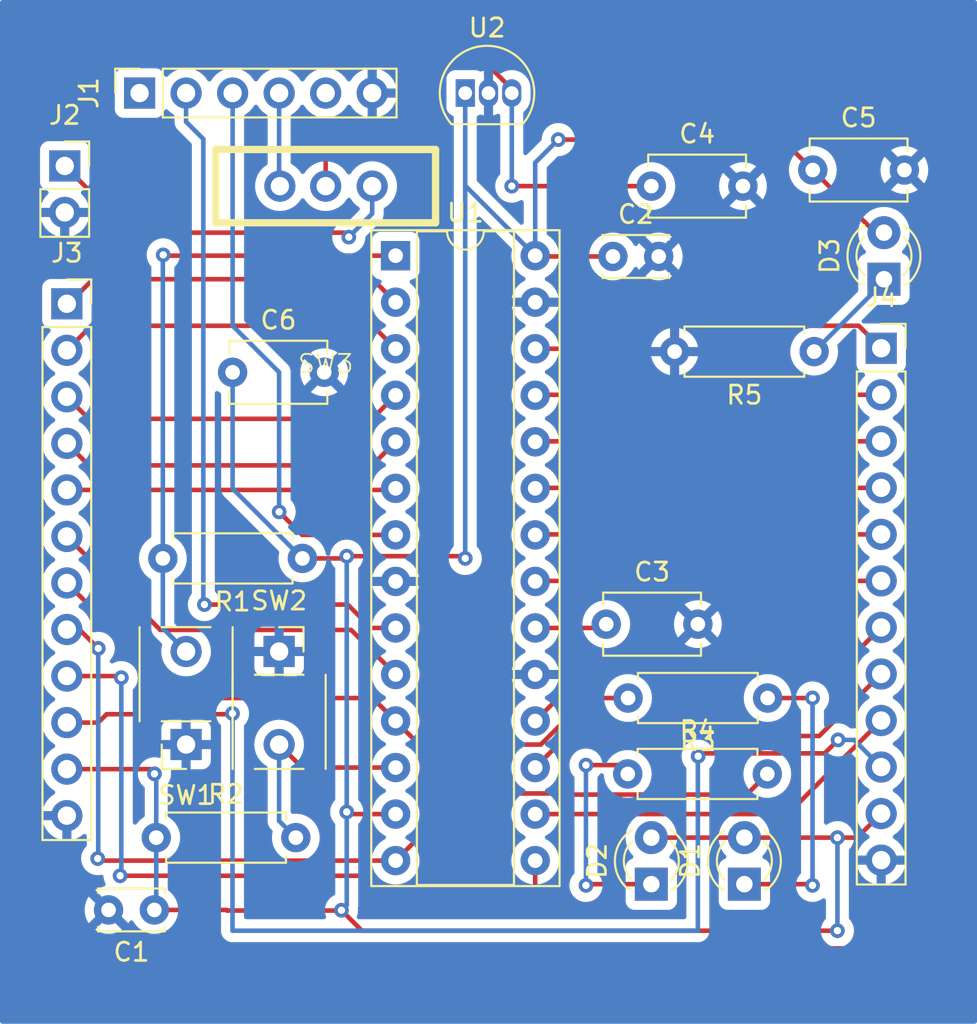
<source format=kicad_pcb>
(kicad_pcb (version 20221018) (generator pcbnew)
  (layers (0 "F.Cu" signal) (31 "B.Cu" signal) (34 "B.Paste" user) (35 "F.Paste" user) (36 "B.SilkS" user "B.Silkscreen") (37 "F.SilkS" user "F.Silkscreen") (38 "B.Mask" user) (39 "F.Mask" user) (44 "Edge.Cuts" user))
  (net 0 "")
  (net 1 "+3.3V")
  (net 2 "GND")
  (net 3 "Net-(U1-Vcap)")
  (net 4 "Net-(SW3A-B)")
  (net 5 "Net-(D1-K)")
  (net 6 "Net-(D2-K)")
  (net 7 "Net-(D3-K)")
  (net 9 "/U1RX")
  (net 10 "/U1TX")
  (net 11 "+5V")
  (net 13 "Net-(J2-Pin_1)")
  (net 14 "/A0")
  (net 15 "/A1")
  (net 16 "/B0")
  (net 17 "/B1")
  (net 18 "/B2")
  (net 19 "/A3")
  (net 20 "/GREEN")
  (net 21 "/YELLOW")
  (net 22 "/B6")
  (net 23 "/Vin")
  (net 24 "/B15")
  (net 25 "/B14")
  (net 26 "/B13")
  (net 27 "/B12")
  (net 28 "/B11")
  (net 29 "/B10")
  (net 30 "/B9")
  (net 31 "/B8")
  (net 32 "/B7")
  (net 33 "/MCLR")
  (net 34 "/USER")
  (footprint "Resistor_THT:R_Axial_DIN0207_L6.3mm_D2.5mm_P7.62mm_Horizontal" (layer "F.Cu") (at 107.590659 93.98)
    (fp_text reference "R2" (at 3.81 -2.37) (layer "F.SilkS"))
    (fp_text value "10k")
    (fp_line (start 0.54 -1.37) (end 7.08 -1.37) (stroke (width 0.12)) (layer "F.SilkS"))
    (fp_line (start 0.54 -1.04) (end 0.54 -1.37) (stroke (width 0.12)) (layer "F.SilkS"))
    (fp_line (start 0.54 1.04) (end 0.54 1.37) (stroke (width 0.12)) (layer "F.SilkS"))
    (fp_line (start 0.54 1.37) (end 7.08 1.37) (stroke (width 0.12)) (layer "F.SilkS"))
    (fp_line (start 7.08 -1.37) (end 7.08 -1.04) (stroke (width 0.12)) (layer "F.SilkS"))
    (fp_line (start 7.08 1.37) (end 7.08 1.04) (stroke (width 0.12)) (layer "F.SilkS"))
    (pad "1" thru_hole circle (at 0 0) (size 1.6 1.6) (drill 0.8) (layers "*.Cu" "*.Mask") (net 1 "+3.3V"))
    (pad "2" thru_hole oval (at 7.62 0) (size 1.6 1.6) (drill 0.8) (layers "*.Cu" "*.Mask") (net 34 "/USER"))
  )
  (footprint "Resistor_THT:R_Axial_DIN0207_L6.3mm_D2.5mm_P7.62mm_Horizontal" (layer "F.Cu") (at 115.57 78.74 180)
    (fp_text reference "R1" (at 3.81 -2.37) (layer "F.SilkS"))
    (fp_text value "10k")
    (fp_line (start 0.54 -1.37) (end 7.08 -1.37) (stroke (width 0.12)) (layer "F.SilkS"))
    (fp_line (start 0.54 -1.04) (end 0.54 -1.37) (stroke (width 0.12)) (layer "F.SilkS"))
    (fp_line (start 0.54 1.04) (end 0.54 1.37) (stroke (width 0.12)) (layer "F.SilkS"))
    (fp_line (start 0.54 1.37) (end 7.08 1.37) (stroke (width 0.12)) (layer "F.SilkS"))
    (fp_line (start 7.08 -1.37) (end 7.08 -1.04) (stroke (width 0.12)) (layer "F.SilkS"))
    (fp_line (start 7.08 1.37) (end 7.08 1.04) (stroke (width 0.12)) (layer "F.SilkS"))
    (pad "1" thru_hole circle (at 0 0 180) (size 1.6 1.6) (drill 0.8) (layers "*.Cu" "*.Mask") (net 1 "+3.3V"))
    (pad "2" thru_hole oval (at 7.62 0 180) (size 1.6 1.6) (drill 0.8) (layers "*.Cu" "*.Mask") (net 33 "/MCLR"))
  )
  (footprint "Resistor_THT:R_Axial_DIN0207_L6.3mm_D2.5mm_P7.62mm_Horizontal" (layer "F.Cu") (at 133.331274 90.504216)
    (fp_text reference "R4" (at 3.81 -2.37) (layer "F.SilkS"))
    (fp_text value "330")
    (fp_line (start 0.54 -1.37) (end 7.08 -1.37) (stroke (width 0.12)) (layer "F.SilkS"))
    (fp_line (start 0.54 -1.04) (end 0.54 -1.37) (stroke (width 0.12)) (layer "F.SilkS"))
    (fp_line (start 0.54 1.04) (end 0.54 1.37) (stroke (width 0.12)) (layer "F.SilkS"))
    (fp_line (start 0.54 1.37) (end 7.08 1.37) (stroke (width 0.12)) (layer "F.SilkS"))
    (fp_line (start 7.08 -1.37) (end 7.08 -1.04) (stroke (width 0.12)) (layer "F.SilkS"))
    (fp_line (start 7.08 1.37) (end 7.08 1.04) (stroke (width 0.12)) (layer "F.SilkS"))
    (pad "1" thru_hole circle (at 0 0) (size 1.6 1.6) (drill 0.8) (layers "*.Cu" "*.Mask") (net 6 "Net-(D2-K)"))
    (pad "2" thru_hole oval (at 7.62 0) (size 1.6 1.6) (drill 0.8) (layers "*.Cu" "*.Mask") (net 21 "/YELLOW"))
  )
  (footprint "pic32 board:pb" (layer "F.Cu") (at 114.3 83.82)
    (fp_text reference "SW2" (at 0 -2.77) (layer "F.SilkS"))
    (fp_text value "USER")
    (fp_line (start -2.54 1.27) (end -2.54 6.41) (stroke (width 0.12)) (layer "F.SilkS"))
    (fp_line (start -1.33 1.27) (end 1.33 1.27) (stroke (width 0.12)) (layer "F.SilkS"))
    (fp_line (start -1.33 6.41) (end 1.33 6.41) (stroke (width 0.12)) (layer "F.SilkS"))
    (fp_line (start 0 -1.33) (end 1.33 -1.33) (stroke (width 0.12)) (layer "F.SilkS"))
    (fp_line (start 1.33 -1.33) (end 1.33 0) (stroke (width 0.12)) (layer "F.SilkS"))
    (fp_line (start 2.54 1.27) (end 2.54 6.41) (stroke (width 0.12)) (layer "F.SilkS"))
    (pad "1" thru_hole rect (at 0 0) (size 1.7 1.7) (drill 1) (layers "*.Cu" "*.Mask") (net 2 "GND"))
    (pad "2" thru_hole oval (at 0 5.08) (size 1.7 1.7) (drill 1) (layers "*.Cu" "*.Mask") (net 34 "/USER"))
  )
  (footprint "LED_THT:LED_D3.0mm" (layer "F.Cu") (at 147.32 63.5 90)
    (fp_text reference "D3" (at 1.27 -2.96 90) (layer "F.SilkS"))
    (fp_text value "RED")
    (fp_line (start -0.29 -1.236) (end -0.29 -1.08) (stroke (width 0.12)) (layer "F.SilkS"))
    (fp_line (start -0.29 1.08) (end -0.29 1.236) (stroke (width 0.12)) (layer "F.SilkS"))
    (fp_arc (start -0.29 -1.235516) (mid 1.366487 -1.987659) (end 2.942335 -1.078608) (stroke (width 0.12)) (layer "F.SilkS"))
    (fp_arc (start 0.229039 -1.08) (mid 1.270117 -1.5) (end 2.31113 -1.079837) (stroke (width 0.12)) (layer "F.SilkS"))
    (fp_arc (start 2.31113 1.079837) (mid 1.270117 1.5) (end 0.229039 1.08) (stroke (width 0.12)) (layer "F.SilkS"))
    (fp_arc (start 2.942335 1.078608) (mid 1.366487 1.987659) (end -0.29 1.235516) (stroke (width 0.12)) (layer "F.SilkS"))
    (pad "1" thru_hole rect (at 0 0 90) (size 1.8 1.8) (drill 0.9) (layers "*.Cu" "*.Mask") (net 7 "Net-(D3-K)"))
    (pad "2" thru_hole circle (at 2.54 0 90) (size 1.8 1.8) (drill 0.9) (layers "*.Cu" "*.Mask") (net 1 "+3.3V"))
  )
  (footprint "pic32 board:slidesw2" (layer "F.Cu") (at 116.84 58.42)
    (fp_text reference "SW3" (at 0 9.7 unlocked) (layer "F.SilkS") (effects (font (thickness 0.1))))
    (fp_text value "SW_DPDT_x2")
    (fp_line (start -6 -2) (end -6 2) (stroke (width 0.4)) (layer "F.SilkS"))
    (fp_line (start -6 2) (end 6 2) (stroke (width 0.4)) (layer "F.SilkS"))
    (fp_line (start 6 -2) (end -6 -2) (stroke (width 0.4)) (layer "F.SilkS"))
    (fp_line (start 6 2) (end 6 -2) (stroke (width 0.4)) (layer "F.SilkS"))
    (pad "1" thru_hole circle (at -2.5 0) (size 1.7 1.7) (drill 1) (layers "*.Cu" "*.Mask") (net 11 "+5V"))
    (pad "2" thru_hole circle (at 0 0) (size 1.7 1.7) (drill 1) (layers "*.Cu" "*.Mask") (net 4 "Net-(SW3A-B)"))
    (pad "3" thru_hole circle (at 2.54 0) (size 1.7 1.7) (drill 1) (layers "*.Cu" "*.Mask") (net 13 "Net-(J2-Pin_1)"))
  )
  (footprint "Package_TO_SOT_THT:TO-92L_Inline" (layer "F.Cu") (at 124.46 53.34)
    (fp_text reference "U2" (at 1.19 -3.56) (layer "F.SilkS"))
    (fp_text value "AP7384-33V")
    (fp_line (start -0.75 1.7) (end 3.1 1.7) (stroke (width 0.12)) (layer "F.SilkS"))
    (fp_arc (start -0.75 1.7) (mid 1.183448 -2.579449) (end 3.138611 1.690122) (stroke (width 0.12)) (layer "F.SilkS"))
    (pad "1" thru_hole rect (at 0 0) (size 1.05 1.5) (drill 0.75) (layers "*.Cu" "*.Mask") (net 1 "+3.3V"))
    (pad "2" thru_hole oval (at 1.27 0) (size 1.05 1.5) (drill 0.75) (layers "*.Cu" "*.Mask") (net 2 "GND"))
    (pad "3" thru_hole oval (at 2.54 0) (size 1.05 1.5) (drill 0.75) (layers "*.Cu" "*.Mask") (net 4 "Net-(SW3A-B)"))
  )
  (footprint "LED_THT:LED_D3.0mm" (layer "F.Cu") (at 139.7 96.52 90)
    (fp_text reference "D1" (at 1.27 -2.96 90) (layer "F.SilkS"))
    (fp_text value "GREEN")
    (fp_line (start -0.29 -1.236) (end -0.29 -1.08) (stroke (width 0.12)) (layer "F.SilkS"))
    (fp_line (start -0.29 1.08) (end -0.29 1.236) (stroke (width 0.12)) (layer "F.SilkS"))
    (fp_arc (start -0.29 -1.235516) (mid 1.366487 -1.987659) (end 2.942335 -1.078608) (stroke (width 0.12)) (layer "F.SilkS"))
    (fp_arc (start 0.229039 -1.08) (mid 1.270117 -1.5) (end 2.31113 -1.079837) (stroke (width 0.12)) (layer "F.SilkS"))
    (fp_arc (start 2.31113 1.079837) (mid 1.270117 1.5) (end 0.229039 1.08) (stroke (width 0.12)) (layer "F.SilkS"))
    (fp_arc (start 2.942335 1.078608) (mid 1.366487 1.987659) (end -0.29 1.235516) (stroke (width 0.12)) (layer "F.SilkS"))
    (pad "1" thru_hole rect (at 0 0 90) (size 1.8 1.8) (drill 0.9) (layers "*.Cu" "*.Mask") (net 5 "Net-(D1-K)"))
    (pad "2" thru_hole circle (at 2.54 0 90) (size 1.8 1.8) (drill 0.9) (layers "*.Cu" "*.Mask") (net 1 "+3.3V"))
  )
  (footprint "Connector_PinSocket_2.54mm:PinSocket_1x12_P2.54mm_Vertical" (layer "F.Cu") (at 147.169072 67.2678)
    (fp_text reference "J4" (at 0 -2.77) (layer "F.SilkS"))
    (fp_text value "LEFT")
    (fp_line (start -1.33 1.27) (end -1.33 29.27) (stroke (width 0.12)) (layer "F.SilkS"))
    (fp_line (start -1.33 1.27) (end 1.33 1.27) (stroke (width 0.12)) (layer "F.SilkS"))
    (fp_line (start -1.33 29.27) (end 1.33 29.27) (stroke (width 0.12)) (layer "F.SilkS"))
    (fp_line (start 0 -1.33) (end 1.33 -1.33) (stroke (width 0.12)) (layer "F.SilkS"))
    (fp_line (start 1.33 -1.33) (end 1.33 0) (stroke (width 0.12)) (layer "F.SilkS"))
    (fp_line (start 1.33 1.27) (end 1.33 29.27) (stroke (width 0.12)) (layer "F.SilkS"))
    (pad "1" thru_hole rect (at 0 0) (size 1.7 1.7) (drill 1) (layers "*.Cu" "*.Mask") (net 24 "/B15"))
    (pad "2" thru_hole oval (at 0 2.54) (size 1.7 1.7) (drill 1) (layers "*.Cu" "*.Mask") (net 25 "/B14"))
    (pad "3" thru_hole oval (at 0 5.08) (size 1.7 1.7) (drill 1) (layers "*.Cu" "*.Mask") (net 26 "/B13"))
    (pad "4" thru_hole oval (at 0 7.62) (size 1.7 1.7) (drill 1) (layers "*.Cu" "*.Mask") (net 27 "/B12"))
    (pad "5" thru_hole oval (at 0 10.16) (size 1.7 1.7) (drill 1) (layers "*.Cu" "*.Mask") (net 28 "/B11"))
    (pad "6" thru_hole oval (at 0 12.7) (size 1.7 1.7) (drill 1) (layers "*.Cu" "*.Mask") (net 29 "/B10"))
    (pad "7" thru_hole oval (at 0 15.24) (size 1.7 1.7) (drill 1) (layers "*.Cu" "*.Mask") (net 30 "/B9"))
    (pad "8" thru_hole oval (at 0 17.78) (size 1.7 1.7) (drill 1) (layers "*.Cu" "*.Mask") (net 31 "/B8"))
    (pad "9" thru_hole oval (at 0 20.32) (size 1.7 1.7) (drill 1) (layers "*.Cu" "*.Mask") (net 32 "/B7"))
    (pad "10" thru_hole oval (at 0 22.86) (size 1.7 1.7) (drill 1) (layers "*.Cu" "*.Mask") (net 23 "/Vin"))
    (pad "11" thru_hole oval (at 0 25.4) (size 1.7 1.7) (drill 1) (layers "*.Cu" "*.Mask") (net 1 "+3.3V"))
    (pad "12" thru_hole oval (at 0 27.94) (size 1.7 1.7) (drill 1) (layers "*.Cu" "*.Mask") (net 2 "GND"))
  )
  (footprint "Capacitor_THT:C_Disc_D5.1mm_W3.2mm_P5.00mm" (layer "F.Cu") (at 134.62 58.42)
    (fp_text reference "C4" (at 2.5 -2.85) (layer "F.SilkS"))
    (fp_text value "1 uF")
    (fp_line (start -0.17 -1.721) (end -0.17 -1.055) (stroke (width 0.12)) (layer "F.SilkS"))
    (fp_line (start -0.17 -1.721) (end 5.17 -1.721) (stroke (width 0.12)) (layer "F.SilkS"))
    (fp_line (start -0.17 1.055) (end -0.17 1.721) (stroke (width 0.12)) (layer "F.SilkS"))
    (fp_line (start -0.17 1.721) (end 5.17 1.721) (stroke (width 0.12)) (layer "F.SilkS"))
    (fp_line (start 5.17 -1.721) (end 5.17 -1.055) (stroke (width 0.12)) (layer "F.SilkS"))
    (fp_line (start 5.17 1.055) (end 5.17 1.721) (stroke (width 0.12)) (layer "F.SilkS"))
    (pad "1" thru_hole circle (at 0 0) (size 1.6 1.6) (drill 0.8) (layers "*.Cu" "*.Mask") (net 4 "Net-(SW3A-B)"))
    (pad "2" thru_hole circle (at 5 0) (size 1.6 1.6) (drill 0.8) (layers "*.Cu" "*.Mask") (net 2 "GND"))
  )
  (footprint "Connector_PinSocket_2.54mm:PinSocket_1x06_P2.54mm_Vertical" (layer "F.Cu") (at 106.68 53.34 90)
    (fp_text reference "J1" (at 0 -2.77 90) (layer "F.SilkS"))
    (fp_text value "CP2102")
    (fp_line (start -1.33 1.27) (end -1.33 14.03) (stroke (width 0.12)) (layer "F.SilkS"))
    (fp_line (start -1.33 1.27) (end 1.33 1.27) (stroke (width 0.12)) (layer "F.SilkS"))
    (fp_line (start -1.33 14.03) (end 1.33 14.03) (stroke (width 0.12)) (layer "F.SilkS"))
    (fp_line (start 0 -1.33) (end 1.33 -1.33) (stroke (width 0.12)) (layer "F.SilkS"))
    (fp_line (start 1.33 -1.33) (end 1.33 0) (stroke (width 0.12)) (layer "F.SilkS"))
    (fp_line (start 1.33 1.27) (end 1.33 14.03) (stroke (width 0.12)) (layer "F.SilkS"))
    (pad "1" thru_hole rect (at 0 0 90) (size 1.7 1.7) (drill 1) (layers "*.Cu" "*.Mask"))
    (pad "2" thru_hole oval (at 0 2.54 90) (size 1.7 1.7) (drill 1) (layers "*.Cu" "*.Mask") (net 9 "/U1RX"))
    (pad "3" thru_hole oval (at 0 5.08 90) (size 1.7 1.7) (drill 1) (layers "*.Cu" "*.Mask") (net 10 "/U1TX"))
    (pad "4" thru_hole oval (at 0 7.62 90) (size 1.7 1.7) (drill 1) (layers "*.Cu" "*.Mask") (net 11 "+5V"))
    (pad "5" thru_hole oval (at 0 10.16 90) (size 1.7 1.7) (drill 1) (layers "*.Cu" "*.Mask"))
    (pad "6" thru_hole oval (at 0 12.7 90) (size 1.7 1.7) (drill 1) (layers "*.Cu" "*.Mask") (net 2 "GND"))
  )
  (footprint "Capacitor_THT:C_Disc_D5.1mm_W3.2mm_P5.00mm" (layer "F.Cu") (at 143.434598 57.540286)
    (fp_text reference "C5" (at 2.5 -2.85) (layer "F.SilkS"))
    (fp_text value "1 uF")
    (fp_line (start -0.17 -1.721) (end -0.17 -1.055) (stroke (width 0.12)) (layer "F.SilkS"))
    (fp_line (start -0.17 -1.721) (end 5.17 -1.721) (stroke (width 0.12)) (layer "F.SilkS"))
    (fp_line (start -0.17 1.055) (end -0.17 1.721) (stroke (width 0.12)) (layer "F.SilkS"))
    (fp_line (start -0.17 1.721) (end 5.17 1.721) (stroke (width 0.12)) (layer "F.SilkS"))
    (fp_line (start 5.17 -1.721) (end 5.17 -1.055) (stroke (width 0.12)) (layer "F.SilkS"))
    (fp_line (start 5.17 1.055) (end 5.17 1.721) (stroke (width 0.12)) (layer "F.SilkS"))
    (pad "1" thru_hole circle (at 0 0) (size 1.6 1.6) (drill 0.8) (layers "*.Cu" "*.Mask") (net 1 "+3.3V"))
    (pad "2" thru_hole circle (at 5 0) (size 1.6 1.6) (drill 0.8) (layers "*.Cu" "*.Mask") (net 2 "GND"))
  )
  (footprint "Package_DIP:DIP-28_W7.62mm_Socket" (layer "F.Cu") (at 120.66 62.215)
    (fp_text reference "U1" (at 3.81 -2.33) (layer "F.SilkS"))
    (fp_text value "PIC32MX170F256B")
    (fp_line (start -1.33 -1.39) (end -1.33 34.41) (stroke (width 0.12)) (layer "F.SilkS"))
    (fp_line (start -1.33 34.41) (end 8.95 34.41) (stroke (width 0.12)) (layer "F.SilkS"))
    (fp_line (start 1.16 -1.33) (end 1.16 34.35) (stroke (width 0.12)) (layer "F.SilkS"))
    (fp_line (start 1.16 34.35) (end 6.46 34.35) (stroke (width 0.12)) (layer "F.SilkS"))
    (fp_line (start 2.81 -1.33) (end 1.16 -1.33) (stroke (width 0.12)) (layer "F.SilkS"))
    (fp_line (start 6.46 -1.33) (end 4.81 -1.33) (stroke (width 0.12)) (layer "F.SilkS"))
    (fp_line (start 6.46 34.35) (end 6.46 -1.33) (stroke (width 0.12)) (layer "F.SilkS"))
    (fp_line (start 8.95 -1.39) (end -1.33 -1.39) (stroke (width 0.12)) (layer "F.SilkS"))
    (fp_line (start 8.95 34.41) (end 8.95 -1.39) (stroke (width 0.12)) (layer "F.SilkS"))
    (fp_arc (start 4.81 -1.33) (mid 3.81 -0.33) (end 2.81 -1.33) (stroke (width 0.12)) (layer "F.SilkS"))
    (pad "1" thru_hole rect (at 0 0) (size 1.6 1.6) (drill 0.8) (layers "*.Cu" "*.Mask") (net 33 "/MCLR"))
    (pad "2" thru_hole oval (at 0 2.54) (size 1.6 1.6) (drill 0.8) (layers "*.Cu" "*.Mask") (net 14 "/A0"))
    (pad "3" thru_hole oval (at 0 5.08) (size 1.6 1.6) (drill 0.8) (layers "*.Cu" "*.Mask") (net 15 "/A1"))
    (pad "4" thru_hole oval (at 0 7.62) (size 1.6 1.6) (drill 0.8) (layers "*.Cu" "*.Mask") (net 16 "/B0"))
    (pad "5" thru_hole oval (at 0 10.16) (size 1.6 1.6) (drill 0.8) (layers "*.Cu" "*.Mask") (net 17 "/B1"))
    (pad "6" thru_hole oval (at 0 12.7) (size 1.6 1.6) (drill 0.8) (layers "*.Cu" "*.Mask") (net 18 "/B2"))
    (pad "7" thru_hole oval (at 0 15.24) (size 1.6 1.6) (drill 0.8) (layers "*.Cu" "*.Mask") (net 10 "/U1TX"))
    (pad "8" thru_hole oval (at 0 17.78) (size 1.6 1.6) (drill 0.8) (layers "*.Cu" "*.Mask") (net 2 "GND"))
    (pad "9" thru_hole oval (at 0 20.32) (size 1.6 1.6) (drill 0.8) (layers "*.Cu" "*.Mask") (net 9 "/U1RX"))
    (pad "10" thru_hole oval (at 0 22.86) (size 1.6 1.6) (drill 0.8) (layers "*.Cu" "*.Mask") (net 19 "/A3"))
    (pad "11" thru_hole oval (at 0 25.4) (size 1.6 1.6) (drill 0.8) (layers "*.Cu" "*.Mask") (net 20 "/GREEN"))
    (pad "12" thru_hole oval (at 0 27.94) (size 1.6 1.6) (drill 0.8) (layers "*.Cu" "*.Mask") (net 34 "/USER"))
    (pad "13" thru_hole oval (at 0 30.48) (size 1.6 1.6) (drill 0.8) (layers "*.Cu" "*.Mask") (net 1 "+3.3V"))
    (pad "14" thru_hole oval (at 0 33.02) (size 1.6 1.6) (drill 0.8) (layers "*.Cu" "*.Mask") (net 21 "/YELLOW"))
    (pad "15" thru_hole oval (at 7.62 33.02) (size 1.6 1.6) (drill 0.8) (layers "*.Cu" "*.Mask") (net 22 "/B6"))
    (pad "16" thru_hole oval (at 7.62 30.48) (size 1.6 1.6) (drill 0.8) (layers "*.Cu" "*.Mask") (net 32 "/B7"))
    (pad "17" thru_hole oval (at 7.62 27.94) (size 1.6 1.6) (drill 0.8) (layers "*.Cu" "*.Mask") (net 31 "/B8"))
    (pad "18" thru_hole oval (at 7.62 25.4) (size 1.6 1.6) (drill 0.8) (layers "*.Cu" "*.Mask") (net 30 "/B9"))
    (pad "19" thru_hole oval (at 7.62 22.86) (size 1.6 1.6) (drill 0.8) (layers "*.Cu" "*.Mask") (net 2 "GND"))
    (pad "20" thru_hole oval (at 7.62 20.32) (size 1.6 1.6) (drill 0.8) (layers "*.Cu" "*.Mask") (net 3 "Net-(U1-Vcap)"))
    (pad "21" thru_hole oval (at 7.62 17.78) (size 1.6 1.6) (drill 0.8) (layers "*.Cu" "*.Mask") (net 29 "/B10"))
    (pad "22" thru_hole oval (at 7.62 15.24) (size 1.6 1.6) (drill 0.8) (layers "*.Cu" "*.Mask") (net 28 "/B11"))
    (pad "23" thru_hole oval (at 7.62 12.7) (size 1.6 1.6) (drill 0.8) (layers "*.Cu" "*.Mask") (net 27 "/B12"))
    (pad "24" thru_hole oval (at 7.62 10.16) (size 1.6 1.6) (drill 0.8) (layers "*.Cu" "*.Mask") (net 26 "/B13"))
    (pad "25" thru_hole oval (at 7.62 7.62) (size 1.6 1.6) (drill 0.8) (layers "*.Cu" "*.Mask") (net 25 "/B14"))
    (pad "26" thru_hole oval (at 7.62 5.08) (size 1.6 1.6) (drill 0.8) (layers "*.Cu" "*.Mask") (net 24 "/B15"))
    (pad "27" thru_hole oval (at 7.62 2.54) (size 1.6 1.6) (drill 0.8) (layers "*.Cu" "*.Mask") (net 2 "GND"))
    (pad "28" thru_hole oval (at 7.62 0) (size 1.6 1.6) (drill 0.8) (layers "*.Cu" "*.Mask") (net 1 "+3.3V"))
  )
  (footprint "Resistor_THT:R_Axial_DIN0207_L6.3mm_D2.5mm_P7.62mm_Horizontal" (layer "F.Cu") (at 143.51 67.452062 180)
    (fp_text reference "R5" (at 3.81 -2.37) (layer "F.SilkS"))
    (fp_text value "330")
    (fp_line (start 0.54 -1.37) (end 7.08 -1.37) (stroke (width 0.12)) (layer "F.SilkS"))
    (fp_line (start 0.54 -1.04) (end 0.54 -1.37) (stroke (width 0.12)) (layer "F.SilkS"))
    (fp_line (start 0.54 1.04) (end 0.54 1.37) (stroke (width 0.12)) (layer "F.SilkS"))
    (fp_line (start 0.54 1.37) (end 7.08 1.37) (stroke (width 0.12)) (layer "F.SilkS"))
    (fp_line (start 7.08 -1.37) (end 7.08 -1.04) (stroke (width 0.12)) (layer "F.SilkS"))
    (fp_line (start 7.08 1.37) (end 7.08 1.04) (stroke (width 0.12)) (layer "F.SilkS"))
    (pad "1" thru_hole circle (at 0 0 180) (size 1.6 1.6) (drill 0.8) (layers "*.Cu" "*.Mask") (net 7 "Net-(D3-K)"))
    (pad "2" thru_hole oval (at 7.62 0 180) (size 1.6 1.6) (drill 0.8) (layers "*.Cu" "*.Mask") (net 2 "GND"))
  )
  (footprint "pic32 board:pb" (layer "F.Cu") (at 109.22 88.9 180)
    (fp_text reference "SW1" (at 0 -2.77) (layer "F.SilkS"))
    (fp_text value "MCLR")
    (fp_line (start -2.54 1.27) (end -2.54 6.41) (stroke (width 0.12)) (layer "F.SilkS"))
    (fp_line (start -1.33 1.27) (end 1.33 1.27) (stroke (width 0.12)) (layer "F.SilkS"))
    (fp_line (start -1.33 6.41) (end 1.33 6.41) (stroke (width 0.12)) (layer "F.SilkS"))
    (fp_line (start 0 -1.33) (end 1.33 -1.33) (stroke (width 0.12)) (layer "F.SilkS"))
    (fp_line (start 1.33 -1.33) (end 1.33 0) (stroke (width 0.12)) (layer "F.SilkS"))
    (fp_line (start 2.54 1.27) (end 2.54 6.41) (stroke (width 0.12)) (layer "F.SilkS"))
    (pad "1" thru_hole rect (at 0 0 180) (size 1.7 1.7) (drill 1) (layers "*.Cu" "*.Mask") (net 2 "GND"))
    (pad "2" thru_hole oval (at 0 5.08 180) (size 1.7 1.7) (drill 1) (layers "*.Cu" "*.Mask") (net 33 "/MCLR"))
  )
  (footprint "Capacitor_THT:C_Disc_D5.1mm_W3.2mm_P5.00mm" (layer "F.Cu") (at 132.159999 82.328757)
    (fp_text reference "C3" (at 2.5 -2.85) (layer "F.SilkS"))
    (fp_text value "1 uF")
    (fp_line (start -0.17 -1.721) (end -0.17 -1.055) (stroke (width 0.12)) (layer "F.SilkS"))
    (fp_line (start -0.17 -1.721) (end 5.17 -1.721) (stroke (width 0.12)) (layer "F.SilkS"))
    (fp_line (start -0.17 1.055) (end -0.17 1.721) (stroke (width 0.12)) (layer "F.SilkS"))
    (fp_line (start -0.17 1.721) (end 5.17 1.721) (stroke (width 0.12)) (layer "F.SilkS"))
    (fp_line (start 5.17 -1.721) (end 5.17 -1.055) (stroke (width 0.12)) (layer "F.SilkS"))
    (fp_line (start 5.17 1.055) (end 5.17 1.721) (stroke (width 0.12)) (layer "F.SilkS"))
    (pad "1" thru_hole circle (at 0 0) (size 1.6 1.6) (drill 0.8) (layers "*.Cu" "*.Mask") (net 3 "Net-(U1-Vcap)"))
    (pad "2" thru_hole circle (at 5 0) (size 1.6 1.6) (drill 0.8) (layers "*.Cu" "*.Mask") (net 2 "GND"))
  )
  (footprint "Capacitor_THT:C_Disc_D5.1mm_W3.2mm_P5.00mm" (layer "F.Cu") (at 111.76 68.58)
    (fp_text reference "C6" (at 2.5 -2.85) (layer "F.SilkS"))
    (fp_text value "1 uF")
    (fp_line (start -0.17 -1.721) (end -0.17 -1.055) (stroke (width 0.12)) (layer "F.SilkS"))
    (fp_line (start -0.17 -1.721) (end 5.17 -1.721) (stroke (width 0.12)) (layer "F.SilkS"))
    (fp_line (start -0.17 1.055) (end -0.17 1.721) (stroke (width 0.12)) (layer "F.SilkS"))
    (fp_line (start -0.17 1.721) (end 5.17 1.721) (stroke (width 0.12)) (layer "F.SilkS"))
    (fp_line (start 5.17 -1.721) (end 5.17 -1.055) (stroke (width 0.12)) (layer "F.SilkS"))
    (fp_line (start 5.17 1.055) (end 5.17 1.721) (stroke (width 0.12)) (layer "F.SilkS"))
    (pad "1" thru_hole circle (at 0 0) (size 1.6 1.6) (drill 0.8) (layers "*.Cu" "*.Mask") (net 1 "+3.3V"))
    (pad "2" thru_hole circle (at 5 0) (size 1.6 1.6) (drill 0.8) (layers "*.Cu" "*.Mask") (net 2 "GND"))
  )
  (footprint "LED_THT:LED_D3.0mm" (layer "F.Cu") (at 134.62 96.52 90)
    (fp_text reference "D2" (at 1.27 -2.96 90) (layer "F.SilkS"))
    (fp_text value "YELLOW")
    (fp_line (start -0.29 -1.236) (end -0.29 -1.08) (stroke (width 0.12)) (layer "F.SilkS"))
    (fp_line (start -0.29 1.08) (end -0.29 1.236) (stroke (width 0.12)) (layer "F.SilkS"))
    (fp_arc (start -0.29 -1.235516) (mid 1.366487 -1.987659) (end 2.942335 -1.078608) (stroke (width 0.12)) (layer "F.SilkS"))
    (fp_arc (start 0.229039 -1.08) (mid 1.270117 -1.5) (end 2.31113 -1.079837) (stroke (width 0.12)) (layer "F.SilkS"))
    (fp_arc (start 2.31113 1.079837) (mid 1.270117 1.5) (end 0.229039 1.08) (stroke (width 0.12)) (layer "F.SilkS"))
    (fp_arc (start 2.942335 1.078608) (mid 1.366487 1.987659) (end -0.29 1.235516) (stroke (width 0.12)) (layer "F.SilkS"))
    (pad "1" thru_hole rect (at 0 0 90) (size 1.8 1.8) (drill 0.9) (layers "*.Cu" "*.Mask") (net 6 "Net-(D2-K)"))
    (pad "2" thru_hole circle (at 2.54 0 90) (size 1.8 1.8) (drill 0.9) (layers "*.Cu" "*.Mask") (net 1 "+3.3V"))
  )
  (footprint "Capacitor_THT:C_Disc_D3.4mm_W2.1mm_P2.50mm" (layer "F.Cu") (at 132.522645 62.2578)
    (fp_text reference "C2" (at 1.25 -2.3) (layer "F.SilkS"))
    (fp_text value "0.1 uF")
    (fp_line (start -0.57 -1.17) (end -0.57 -0.925) (stroke (width 0.12)) (layer "F.SilkS"))
    (fp_line (start -0.57 -1.17) (end 3.07 -1.17) (stroke (width 0.12)) (layer "F.SilkS"))
    (fp_line (start -0.57 0.925) (end -0.57 1.17) (stroke (width 0.12)) (layer "F.SilkS"))
    (fp_line (start -0.57 1.17) (end 3.07 1.17) (stroke (width 0.12)) (layer "F.SilkS"))
    (fp_line (start 3.07 -1.17) (end 3.07 -0.925) (stroke (width 0.12)) (layer "F.SilkS"))
    (fp_line (start 3.07 0.925) (end 3.07 1.17) (stroke (width 0.12)) (layer "F.SilkS"))
    (pad "1" thru_hole circle (at 0 0) (size 1.6 1.6) (drill 0.8) (layers "*.Cu" "*.Mask") (net 1 "+3.3V"))
    (pad "2" thru_hole circle (at 2.5 0) (size 1.6 1.6) (drill 0.8) (layers "*.Cu" "*.Mask") (net 2 "GND"))
  )
  (footprint "Capacitor_THT:C_Disc_D3.4mm_W2.1mm_P2.50mm" (layer "F.Cu") (at 107.485796 97.926327 180)
    (fp_text reference "C1" (at 1.25 -2.3) (layer "F.SilkS"))
    (fp_text value "0.1 uF")
    (fp_line (start -0.57 -1.17) (end -0.57 -0.925) (stroke (width 0.12)) (layer "F.SilkS"))
    (fp_line (start -0.57 -1.17) (end 3.07 -1.17) (stroke (width 0.12)) (layer "F.SilkS"))
    (fp_line (start -0.57 0.925) (end -0.57 1.17) (stroke (width 0.12)) (layer "F.SilkS"))
    (fp_line (start -0.57 1.17) (end 3.07 1.17) (stroke (width 0.12)) (layer "F.SilkS"))
    (fp_line (start 3.07 -1.17) (end 3.07 -0.925) (stroke (width 0.12)) (layer "F.SilkS"))
    (fp_line (start 3.07 0.925) (end 3.07 1.17) (stroke (width 0.12)) (layer "F.SilkS"))
    (pad "1" thru_hole circle (at 0 0 180) (size 1.6 1.6) (drill 0.8) (layers "*.Cu" "*.Mask") (net 1 "+3.3V"))
    (pad "2" thru_hole circle (at 2.5 0 180) (size 1.6 1.6) (drill 0.8) (layers "*.Cu" "*.Mask") (net 2 "GND"))
  )
  (footprint "Connector_PinSocket_2.54mm:PinSocket_1x02_P2.54mm_Vertical" (layer "F.Cu") (at 102.594824 57.315958)
    (fp_text reference "J2" (at 0 -2.77) (layer "F.SilkS"))
    (fp_text value "Battery")
    (fp_line (start -1.33 1.27) (end -1.33 3.87) (stroke (width 0.12)) (layer "F.SilkS"))
    (fp_line (start -1.33 1.27) (end 1.33 1.27) (stroke (width 0.12)) (layer "F.SilkS"))
    (fp_line (start -1.33 3.87) (end 1.33 3.87) (stroke (width 0.12)) (layer "F.SilkS"))
    (fp_line (start 0 -1.33) (end 1.33 -1.33) (stroke (width 0.12)) (layer "F.SilkS"))
    (fp_line (start 1.33 -1.33) (end 1.33 0) (stroke (width 0.12)) (layer "F.SilkS"))
    (fp_line (start 1.33 1.27) (end 1.33 3.87) (stroke (width 0.12)) (layer "F.SilkS"))
    (pad "1" thru_hole rect (at 0 0) (size 1.7 1.7) (drill 1) (layers "*.Cu" "*.Mask") (net 13 "Net-(J2-Pin_1)"))
    (pad "2" thru_hole oval (at 0 2.54) (size 1.7 1.7) (drill 1) (layers "*.Cu" "*.Mask") (net 2 "GND"))
  )
  (footprint "Connector_PinSocket_2.54mm:PinSocket_1x12_P2.54mm_Vertical" (layer "F.Cu") (at 102.709701 64.840382)
    (fp_text reference "J3" (at 0 -2.77) (layer "F.SilkS"))
    (fp_text value "RIGHT")
    (fp_line (start -1.33 1.27) (end -1.33 29.27) (stroke (width 0.12)) (layer "F.SilkS"))
    (fp_line (start -1.33 1.27) (end 1.33 1.27) (stroke (width 0.12)) (layer "F.SilkS"))
    (fp_line (start -1.33 29.27) (end 1.33 29.27) (stroke (width 0.12)) (layer "F.SilkS"))
    (fp_line (start 0 -1.33) (end 1.33 -1.33) (stroke (width 0.12)) (layer "F.SilkS"))
    (fp_line (start 1.33 -1.33) (end 1.33 0) (stroke (width 0.12)) (layer "F.SilkS"))
    (fp_line (start 1.33 1.27) (end 1.33 29.27) (stroke (width 0.12)) (layer "F.SilkS"))
    (pad "1" thru_hole rect (at 0 0) (size 1.7 1.7) (drill 1) (layers "*.Cu" "*.Mask") (net 14 "/A0"))
    (pad "2" thru_hole oval (at 0 2.54) (size 1.7 1.7) (drill 1) (layers "*.Cu" "*.Mask") (net 15 "/A1"))
    (pad "3" thru_hole oval (at 0 5.08) (size 1.7 1.7) (drill 1) (layers "*.Cu" "*.Mask") (net 16 "/B0"))
    (pad "4" thru_hole oval (at 0 7.62) (size 1.7 1.7) (drill 1) (layers "*.Cu" "*.Mask") (net 17 "/B1"))
    (pad "5" thru_hole oval (at 0 10.16) (size 1.7 1.7) (drill 1) (layers "*.Cu" "*.Mask") (net 18 "/B2"))
    (pad "6" thru_hole oval (at 0 12.7) (size 1.7 1.7) (drill 1) (layers "*.Cu" "*.Mask") (net 19 "/A3"))
    (pad "7" thru_hole oval (at 0 15.24) (size 1.7 1.7) (drill 1) (layers "*.Cu" "*.Mask") (net 20 "/GREEN"))
    (pad "8" thru_hole oval (at 0 17.78) (size 1.7 1.7) (drill 1) (layers "*.Cu" "*.Mask") (net 21 "/YELLOW"))
    (pad "9" thru_hole oval (at 0 20.32) (size 1.7 1.7) (drill 1) (layers "*.Cu" "*.Mask") (net 22 "/B6"))
    (pad "10" thru_hole oval (at 0 22.86) (size 1.7 1.7) (drill 1) (layers "*.Cu" "*.Mask") (net 23 "/Vin"))
    (pad "11" thru_hole oval (at 0 25.4) (size 1.7 1.7) (drill 1) (layers "*.Cu" "*.Mask") (net 1 "+3.3V"))
    (pad "12" thru_hole oval (at 0 27.94) (size 1.7 1.7) (drill 1) (layers "*.Cu" "*.Mask") (net 2 "GND"))
  )
  (footprint "Resistor_THT:R_Axial_DIN0207_L6.3mm_D2.5mm_P7.62mm_Horizontal" (layer "F.Cu") (at 140.97 86.36 180)
    (fp_text reference "R3" (at 3.81 -2.37) (layer "F.SilkS"))
    (fp_text value "330")
    (fp_line (start 0.54 -1.37) (end 7.08 -1.37) (stroke (width 0.12)) (layer "F.SilkS"))
    (fp_line (start 0.54 -1.04) (end 0.54 -1.37) (stroke (width 0.12)) (layer "F.SilkS"))
    (fp_line (start 0.54 1.04) (end 0.54 1.37) (stroke (width 0.12)) (layer "F.SilkS"))
    (fp_line (start 0.54 1.37) (end 7.08 1.37) (stroke (width 0.12)) (layer "F.SilkS"))
    (fp_line (start 7.08 -1.37) (end 7.08 -1.04) (stroke (width 0.12)) (layer "F.SilkS"))
    (fp_line (start 7.08 1.37) (end 7.08 1.04) (stroke (width 0.12)) (layer "F.SilkS"))
    (pad "1" thru_hole circle (at 0 0 180) (size 1.6 1.6) (drill 0.8) (layers "*.Cu" "*.Mask") (net 5 "Net-(D1-K)"))
    (pad "2" thru_hole oval (at 7.62 0 180) (size 1.6 1.6) (drill 0.8) (layers "*.Cu" "*.Mask") (net 20 "/GREEN"))
  )
  (gr_line (start 100 100) (end 100 50) (stroke (width 0.2)) (layer "F.Cu"))
  (gr_line (start 150 100) (end 150 50) (stroke (width 0.2)) (layer "F.Cu"))
  (gr_line (start 100 100) (end 150 100) (stroke (width 0.2)) (layer "F.Cu"))
  (gr_line (start 100 50) (end 150 50) (stroke (width 0.2)) (layer "F.Cu"))
  (segment (start 117.869107 78.74) (end 117.99052 78.618587) (width 0.25) (layer "F.Cu") (net 1))
  (segment (start 144.78 93.98) (end 139.7 93.98) (width 0.25) (layer "F.Cu") (net 1))
  (segment (start 111.452142 97.958593) (end 117.686688 97.958593) (width 0.25) (layer "F.Cu") (net 1))
  (segment (start 117.99052 78.618587) (end 124.338587 78.618587) (width 0.25) (layer "F.Cu") (net 1))
  (segment (start 118.817575 99.06) (end 144.78 99.06) (width 0.25) (layer "F.Cu") (net 1))
  (segment (start 117.701428 97.943853) (end 118.817575 99.06) (width 0.25) (layer "F.Cu") (net 1))
  (segment (start 132.522645 62.2578) (end 128.3228 62.2578) (width 0.25) (layer "F.Cu") (net 1))
  (segment (start 117.686688 97.958593) (end 117.701428 97.943853) (width 0.25) (layer "F.Cu") (net 1))
  (segment (start 139.7 93.98) (end 134.62 93.98) (width 0.25) (layer "F.Cu") (net 1))
  (segment (start 141.774312 55.88) (end 129.54 55.88) (width 0.25) (layer "F.Cu") (net 1))
  (segment (start 124.338587 78.618587) (end 124.46 78.74) (width 0.25) (layer "F.Cu") (net 1))
  (segment (start 143.434598 57.540286) (end 146.854312 60.96) (width 0.25) (layer "F.Cu") (net 1))
  (segment (start 102.709701 90.240382) (end 107.23481 90.240382) (width 0.25) (layer "F.Cu") (net 1))
  (segment (start 147.169072 92.6678) (end 145.856872 93.98) (width 0.25) (layer "F.Cu") (net 1))
  (segment (start 107.485796 97.926327) (end 111.419876 97.926327) (width 0.25) (layer "F.Cu") (net 1))
  (segment (start 107.23481 90.240382) (end 107.492356 90.497928) (width 0.25) (layer "F.Cu") (net 1))
  (segment (start 146.854312 60.96) (end 147.32 60.96) (width 0.25) (layer "F.Cu") (net 1))
  (segment (start 128.3228 62.2578) (end 128.28 62.215) (width 0.25) (layer "F.Cu") (net 1))
  (segment (start 143.434598 57.540286) (end 141.774312 55.88) (width 0.25) (layer "F.Cu") (net 1))
  (segment (start 118.108229 92.695) (end 117.99052 92.577291) (width 0.25) (layer "F.Cu") (net 1))
  (segment (start 120.66 92.695) (end 118.108229 92.695) (width 0.25) (layer "F.Cu") (net 1))
  (segment (start 115.57 78.74) (end 117.869107 78.74) (width 0.25) (layer "F.Cu") (net 1))
  (segment (start 111.419876 97.926327) (end 111.452142 97.958593) (width 0.25) (layer "F.Cu") (net 1))
  (segment (start 145.856872 93.98) (end 144.78 93.98) (width 0.25) (layer "F.Cu") (net 1))
  (via (at 117.99052 92.577291) (size 0.8) (drill 0.4) (layers "F.Cu" "B.Cu") (net 1))
  (via (at 107.492356 90.497928) (size 0.8) (drill 0.4) (layers "F.Cu" "B.Cu") (net 1))
  (via (at 124.46 78.74) (size 0.8) (drill 0.4) (layers "F.Cu" "B.Cu") (net 1))
  (via (at 129.54 55.88) (size 0.8) (drill 0.4) (layers "F.Cu" "B.Cu") (net 1))
  (via (at 117.99052 78.618587) (size 0.8) (drill 0.4) (layers "F.Cu" "B.Cu") (net 1))
  (via (at 144.78 99.06) (size 0.8) (drill 0.4) (layers "F.Cu" "B.Cu") (net 1))
  (via (at 144.78 93.98) (size 0.8) (drill 0.4) (layers "F.Cu" "B.Cu") (net 1))
  (via (at 117.701428 97.943853) (size 0.8) (drill 0.4) (layers "F.Cu" "B.Cu") (net 1))
  (segment (start 111.76 68.58) (end 111.76 74.93) (width 0.25) (layer "B.Cu") (net 1))
  (segment (start 124.46 53.34) (end 124.46 58.395) (width 0.25) (layer "B.Cu") (net 1))
  (segment (start 111.76 74.93) (end 115.57 78.74) (width 0.25) (layer "B.Cu") (net 1))
  (segment (start 117.99052 92.577291) (end 117.99052 78.618587) (width 0.25) (layer "B.Cu") (net 1))
  (segment (start 107.590659 90.596231) (end 107.590659 93.98) (width 0.25) (layer "B.Cu") (net 1))
  (segment (start 124.46 58.395) (end 124.4725 58.4075) (width 0.25) (layer "B.Cu") (net 1))
  (segment (start 107.590659 97.821464) (end 107.485796 97.926327) (width 0.25) (layer "B.Cu") (net 1))
  (segment (start 144.78 99.06) (end 144.78 93.98) (width 0.25) (layer "B.Cu") (net 1))
  (segment (start 124.46 78.74) (end 124.46 58.42) (width 0.25) (layer "B.Cu") (net 1))
  (segment (start 107.492356 90.497928) (end 107.590659 90.596231) (width 0.25) (layer "B.Cu") (net 1))
  (segment (start 128.28 57.14) (end 128.28 62.215) (width 0.25) (layer "B.Cu") (net 1))
  (segment (start 124.46 58.42) (end 124.4725 58.4075) (width 0.25) (layer "B.Cu") (net 1))
  (segment (start 129.54 55.88) (end 128.28 57.14) (width 0.25) (layer "B.Cu") (net 1))
  (segment (start 117.99052 97.654761) (end 117.99052 92.577291) (width 0.25) (layer "B.Cu") (net 1))
  (segment (start 124.4725 58.4075) (end 128.28 62.215) (width 0.25) (layer "B.Cu") (net 1))
  (segment (start 117.701428 97.943853) (end 117.99052 97.654761) (width 0.25) (layer "B.Cu") (net 1))
  (segment (start 107.590659 93.98) (end 107.590659 97.821464) (width 0.25) (layer "B.Cu") (net 1))
  (segment (start 128.28 82.535) (end 131.953756 82.535) (width 0.25) (layer "F.Cu") (net 3))
  (segment (start 131.953756 82.535) (end 132.159999 82.328757) (width 0.25) (layer "F.Cu") (net 3))
  (segment (start 116.84 55.88) (end 121.92 55.88) (width 0.25) (layer "F.Cu") (net 4))
  (segment (start 121.92 50.8) (end 124.685 50.8) (width 0.25) (layer "F.Cu") (net 4))
  (segment (start 116.84 58.42) (end 116.84 55.88) (width 0.25) (layer "F.Cu") (net 4))
  (segment (start 127 53.115) (end 127 53.34) (width 0.25) (layer "F.Cu") (net 4))
  (segment (start 124.685 50.8) (end 127 53.115) (width 0.25) (layer "F.Cu") (net 4))
  (segment (start 127 58.42) (end 134.62 58.42) (width 0.25) (layer "F.Cu") (net 4))
  (segment (start 121.92 55.88) (end 121.92 50.8) (width 0.25) (layer "F.Cu") (net 4))
  (via (at 127 58.42) (size 0.8) (drill 0.4) (layers "F.Cu" "B.Cu") (net 4))
  (segment (start 127 53.34) (end 127 58.42) (width 0.25) (layer "B.Cu") (net 4))
  (segment (start 139.7 96.52) (end 143.355003 96.52) (width 0.25) (layer "F.Cu") (net 5))
  (segment (start 143.355003 96.52) (end 143.420239 96.585236) (width 0.25) (layer "F.Cu") (net 5))
  (segment (start 143.418306 86.36) (end 143.420239 86.358067) (width 0.25) (layer "F.Cu") (net 5))
  (segment (start 140.97 86.36) (end 143.418306 86.36) (width 0.25) (layer "F.Cu") (net 5))
  (via (at 143.420239 96.585236) (size 0.8) (drill 0.4) (layers "F.Cu" "B.Cu") (net 5))
  (via (at 143.420239 86.358067) (size 0.8) (drill 0.4) (layers "F.Cu" "B.Cu") (net 5))
  (segment (start 143.282034 96.723441) (end 143.420239 96.585236) (width 0.25) (layer "B.Cu") (net 5))
  (segment (start 143.420239 86.358067) (end 143.420239 96.585236) (width 0.25) (layer "B.Cu") (net 5))
  (segment (start 131.050892 90.020499) (end 132.847557 90.020499) (width 0.25) (layer "F.Cu") (net 6))
  (segment (start 131.116128 96.52) (end 131.050892 96.585236) (width 0.25) (layer "F.Cu") (net 6))
  (segment (start 132.847557 90.020499) (end 133.331274 90.504216) (width 0.25) (layer "F.Cu") (net 6))
  (segment (start 134.62 96.52) (end 131.116128 96.52) (width 0.25) (layer "F.Cu") (net 6))
  (via (at 131.050892 90.020499) (size 0.8) (drill 0.4) (layers "F.Cu" "B.Cu") (net 6))
  (via (at 131.050892 96.585236) (size 0.8) (drill 0.4) (layers "F.Cu" "B.Cu") (net 6))
  (segment (start 131.050892 96.585236) (end 131.050892 90.504216) (width 0.25) (layer "B.Cu") (net 6))
  (segment (start 131.050892 90.504216) (end 131.050892 90.020499) (width 0.25) (layer "B.Cu") (net 6))
  (segment (start 147.32 63.642062) (end 147.32 63.5) (width 0.25) (layer "B.Cu") (net 7))
  (segment (start 143.51 67.452062) (end 147.32 63.642062) (width 0.25) (layer "B.Cu") (net 7))
  (segment (start 110.219857 81.258103) (end 118.042273 81.258103) (width 0.25) (layer "F.Cu") (net 9))
  (segment (start 118.042273 81.258103) (end 119.31917 82.535) (width 0.25) (layer "F.Cu") (net 9))
  (segment (start 119.31917 82.535) (end 120.66 82.535) (width 0.25) (layer "F.Cu") (net 9))
  (via (at 110.219857 81.258103) (size 0.8) (drill 0.4) (layers "F.Cu" "B.Cu") (net 9))
  (segment (start 109.22 54.908914) (end 110.161042 55.849956) (width 0.25) (layer "B.Cu") (net 9))
  (segment (start 110.161042 81.199288) (end 110.219857 81.258103) (width 0.25) (layer "B.Cu") (net 9))
  (segment (start 110.161042 55.849956) (end 110.161042 81.199288) (width 0.25) (layer "B.Cu") (net 9))
  (segment (start 109.22 53.34) (end 109.22 54.908914) (width 0.25) (layer "B.Cu") (net 9))
  (segment (start 115.555 77.455) (end 120.66 77.455) (width 0.25) (layer "F.Cu") (net 10))
  (segment (start 114.3 76.2) (end 115.555 77.455) (width 0.25) (layer "F.Cu") (net 10))
  (via (at 114.3 76.2) (size 0.8) (drill 0.4) (layers "F.Cu" "B.Cu") (net 10))
  (segment (start 111.76 53.34) (end 111.76 66.04) (width 0.25) (layer "B.Cu") (net 10))
  (segment (start 114.3 68.58) (end 114.3 76.2) (width 0.25) (layer "B.Cu") (net 10))
  (segment (start 111.76 66.04) (end 114.3 68.58) (width 0.25) (layer "B.Cu") (net 10))
  (segment (start 114.3 58.38) (end 114.34 58.42) (width 0.25) (layer "B.Cu") (net 11))
  (segment (start 114.3 53.34) (end 114.3 58.38) (width 0.25) (layer "B.Cu") (net 11))
  (segment (start 106.238866 60.96) (end 106.68 60.96) (width 0.25) (layer "F.Cu") (net 13))
  (segment (start 106.68 60.96) (end 117.858953 60.96) (width 0.25) (layer "F.Cu") (net 13))
  (segment (start 117.858953 60.96) (end 118.101088 61.202135) (width 0.25) (layer "F.Cu") (net 13))
  (segment (start 102.594824 57.315958) (end 106.238866 60.96) (width 0.25) (layer "F.Cu") (net 13))
  (via (at 118.101088 61.202135) (size 0.8) (drill 0.4) (layers "F.Cu" "B.Cu") (net 13))
  (segment (start 118.101088 61.202135) (end 119.38 59.923223) (width 0.25) (layer "B.Cu") (net 13))
  (segment (start 119.38 59.923223) (end 119.38 58.42) (width 0.25) (layer "B.Cu") (net 13))
  (segment (start 119.405 63.5) (end 120.66 64.755) (width 0.25) (layer "F.Cu") (net 14))
  (segment (start 102.709701 64.840382) (end 102.799618 64.840382) (width 0.25) (layer "F.Cu") (net 14))
  (segment (start 104.14 63.5) (end 119.405 63.5) (width 0.25) (layer "F.Cu") (net 14))
  (segment (start 102.799618 64.840382) (end 104.14 63.5) (width 0.25) (layer "F.Cu") (net 14))
  (segment (start 119.405 66.04) (end 120.66 67.295) (width 0.25) (layer "F.Cu") (net 15))
  (segment (start 104.050083 66.04) (end 119.405 66.04) (width 0.25) (layer "F.Cu") (net 15))
  (segment (start 102.709701 67.380382) (end 104.050083 66.04) (width 0.25) (layer "F.Cu") (net 15))
  (segment (start 119.38 71.12) (end 119.38 71.115) (width 0.25) (layer "F.Cu") (net 16))
  (segment (start 119.38 71.115) (end 120.66 69.835) (width 0.25) (layer "F.Cu") (net 16))
  (segment (start 103.909319 71.12) (end 119.38 71.12) (width 0.25) (layer "F.Cu") (net 16))
  (segment (start 102.709701 69.920382) (end 103.909319 71.12) (width 0.25) (layer "F.Cu") (net 16))
  (segment (start 102.709701 72.460382) (end 103.909319 73.66) (width 0.25) (layer "F.Cu") (net 17))
  (segment (start 103.909319 73.66) (end 119.38 73.66) (width 0.25) (layer "F.Cu") (net 17))
  (segment (start 119.38 73.655) (end 120.66 72.375) (width 0.25) (layer "F.Cu") (net 17))
  (segment (start 119.38 73.66) (end 119.38 73.655) (width 0.25) (layer "F.Cu") (net 17))
  (segment (start 102.709701 75.000382) (end 120.574618 75.000382) (width 0.25) (layer "F.Cu") (net 18))
  (segment (start 120.574618 75.000382) (end 120.66 74.915) (width 0.25) (layer "F.Cu") (net 18))
  (segment (start 118.23 82.645) (end 120.66 85.075) (width 0.25) (layer "F.Cu") (net 19))
  (segment (start 102.709701 77.540382) (end 107.814319 82.645) (width 0.25) (layer "F.Cu") (net 19))
  (segment (start 107.814319 82.645) (end 118.23 82.645) (width 0.25) (layer "F.Cu") (net 19))
  (segment (start 131.125991 86.36) (end 128.585991 88.9) (width 0.25) (layer "F.Cu") (net 20))
  (segment (start 102.709701 80.080382) (end 108.989319 86.36) (width 0.25) (layer "F.Cu") (net 20))
  (segment (start 119.405 86.36) (end 120.66 87.615) (width 0.25) (layer "F.Cu") (net 20))
  (segment (start 128.585991 88.9) (end 121.945 88.9) (width 0.25) (layer "F.Cu") (net 20))
  (segment (start 133.35 86.36) (end 131.125991 86.36) (width 0.25) (layer "F.Cu") (net 20))
  (segment (start 121.945 88.9) (end 120.66 87.615) (width 0.25) (layer "F.Cu") (net 20))
  (segment (start 108.989319 86.36) (end 119.405 86.36) (width 0.25) (layer "F.Cu") (net 20))
  (segment (start 140.951274 90.504216) (end 139.826274 91.629216) (width 0.25) (layer "F.Cu") (net 21))
  (segment (start 129.67 91.57) (end 124.325 91.57) (width 0.25) (layer "F.Cu") (net 21))
  (segment (start 104.394448 95.121623) (end 104.507825 95.235) (width 0.25) (layer "F.Cu") (net 21))
  (segment (start 103.395623 82.620382) (end 104.424797 83.649556) (width 0.25) (layer "F.Cu") (net 21))
  (segment (start 129.729216 91.629216) (end 129.67 91.57) (width 0.25) (layer "F.Cu") (net 21))
  (segment (start 102.709701 82.620382) (end 103.395623 82.620382) (width 0.25) (layer "F.Cu") (net 21))
  (segment (start 104.507825 95.235) (end 120.66 95.235) (width 0.25) (layer "F.Cu") (net 21))
  (segment (start 124.325 91.57) (end 120.66 95.235) (width 0.25) (layer "F.Cu") (net 21))
  (segment (start 139.826274 91.629216) (end 129.729216 91.629216) (width 0.25) (layer "F.Cu") (net 21))
  (via (at 104.424797 83.649556) (size 0.8) (drill 0.4) (layers "F.Cu" "B.Cu") (net 21))
  (via (at 104.394448 95.121623) (size 0.8) (drill 0.4) (layers "F.Cu" "B.Cu") (net 21))
  (segment (start 104.424797 95.091274) (end 104.394448 95.121623) (width 0.25) (layer "B.Cu") (net 21))
  (segment (start 104.424797 83.649556) (end 104.424797 95.091274) (width 0.25) (layer "B.Cu") (net 21))
  (segment (start 105.617739 96.061257) (end 118.921257 96.061257) (width 0.25) (layer "F.Cu") (net 22))
  (segment (start 128.28 97.359247) (end 128.28 95.235) (width 0.25) (layer "F.Cu") (net 22))
  (segment (start 105.595603 85.160382) (end 105.683274 85.248053) (width 0.25) (layer "F.Cu") (net 22))
  (segment (start 128.55484 97.634087) (end 128.28 97.359247) (width 0.25) (layer "F.Cu") (net 22))
  (segment (start 120.494087 97.634087) (end 128.55484 97.634087) (width 0.25) (layer "F.Cu") (net 22))
  (segment (start 102.709701 85.160382) (end 105.595603 85.160382) (width 0.25) (layer "F.Cu") (net 22))
  (segment (start 118.921257 96.061257) (end 120.494087 97.634087) (width 0.25) (layer "F.Cu") (net 22))
  (via (at 105.617739 96.061257) (size 0.8) (drill 0.4) (layers "F.Cu" "B.Cu") (net 22))
  (via (at 105.683274 85.248053) (size 0.8) (drill 0.4) (layers "F.Cu" "B.Cu") (net 22))
  (segment (start 105.683274 95.995722) (end 105.617739 96.061257) (width 0.25) (layer "B.Cu") (net 22))
  (segment (start 105.683274 85.248053) (end 105.683274 95.995722) (width 0.25) (layer "B.Cu") (net 22))
  (segment (start 137.175282 89.536603) (end 137.332669 89.379216) (width 0.25) (layer "F.Cu") (net 23))
  (segment (start 102.709701 87.700382) (end 104.422718 87.700382) (width 0.25) (layer "F.Cu") (net 23))
  (segment (start 104.878269 87.244831) (end 111.711145 87.244831) (width 0.25) (layer "F.Cu") (net 23))
  (segment (start 144.080665 89.379216) (end 144.814523 88.645358) (width 0.25) (layer "F.Cu") (net 23))
  (segment (start 104.422718 87.700382) (end 104.878269 87.244831) (width 0.25) (layer "F.Cu") (net 23))
  (segment (start 111.711145 87.244831) (end 111.753586 87.20239) (width 0.25) (layer "F.Cu") (net 23))
  (segment (start 137.332669 89.379216) (end 144.080665 89.379216) (width 0.25) (layer "F.Cu") (net 23))
  (via (at 137.175282 89.536603) (size 0.8) (drill 0.4) (layers "F.Cu" "B.Cu") (net 23))
  (via (at 111.753586 87.20239) (size 0.8) (drill 0.4) (layers "F.Cu" "B.Cu") (net 23))
  (via (at 144.814523 88.645358) (size 0.8) (drill 0.4) (layers "F.Cu" "B.Cu") (net 23))
  (segment (start 137.16 99.06) (end 137.16 89.551885) (width 0.25) (layer "B.Cu") (net 23))
  (segment (start 111.76 99.06) (end 137.16 99.06) (width 0.25) (layer "B.Cu") (net 23))
  (segment (start 145.68663 88.645358) (end 147.169072 90.1278) (width 0.25) (layer "B.Cu") (net 23))
  (segment (start 137.16 89.551885) (end 137.175282 89.536603) (width 0.25) (layer "B.Cu") (net 23))
  (segment (start 111.753586 99.053586) (end 111.76 99.06) (width 0.25) (layer "B.Cu") (net 23))
  (segment (start 144.814523 88.645358) (end 145.68663 88.645358) (width 0.25) (layer "B.Cu") (net 23))
  (segment (start 111.753586 87.20239) (end 111.753586 99.053586) (width 0.25) (layer "B.Cu") (net 23))
  (segment (start 128.28 67.295) (end 130.825 67.295) (width 0.25) (layer "F.Cu") (net 24))
  (segment (start 145.941272 66.04) (end 147.169072 67.2678) (width 0.25) (layer "F.Cu") (net 24))
  (segment (start 130.825 67.295) (end 132.08 66.04) (width 0.25) (layer "F.Cu") (net 24))
  (segment (start 132.08 66.04) (end 145.941272 66.04) (width 0.25) (layer "F.Cu") (net 24))
  (segment (start 128.3072 69.8078) (end 128.28 69.835) (width 0.25) (layer "F.Cu") (net 25))
  (segment (start 147.169072 69.8078) (end 128.3072 69.8078) (width 0.25) (layer "F.Cu") (net 25))
  (segment (start 128.3072 72.3478) (end 128.28 72.375) (width 0.25) (layer "F.Cu") (net 26))
  (segment (start 147.169072 72.3478) (end 128.3072 72.3478) (width 0.25) (layer "F.Cu") (net 26))
  (segment (start 147.169072 74.8878) (end 128.3072 74.8878) (width 0.25) (layer "F.Cu") (net 27))
  (segment (start 128.3072 74.8878) (end 128.28 74.915) (width 0.25) (layer "F.Cu") (net 27))
  (segment (start 128.3072 77.4278) (end 128.28 77.455) (width 0.25) (layer "F.Cu") (net 28))
  (segment (start 147.169072 77.4278) (end 128.3072 77.4278) (width 0.25) (layer "F.Cu") (net 28))
  (segment (start 147.169072 79.9678) (end 128.3072 79.9678) (width 0.25) (layer "F.Cu") (net 29))
  (segment (start 128.3072 79.9678) (end 128.28 79.995) (width 0.25) (layer "F.Cu") (net 29))
  (segment (start 145.11547 84.561402) (end 147.169072 82.5078) (width 0.25) (layer "F.Cu") (net 30))
  (segment (start 131.333598 84.561402) (end 145.11547 84.561402) (width 0.25) (layer "F.Cu") (net 30))
  (segment (start 128.28 87.615) (end 131.333598 84.561402) (width 0.25) (layer "F.Cu") (net 30))
  (segment (start 130.003859 88.431141) (end 128.28 90.155) (width 0.25) (layer "F.Cu") (net 31))
  (segment (start 147.169072 85.0478) (end 143.785731 88.431141) (width 0.25) (layer "F.Cu") (net 31))
  (segment (start 143.785731 88.431141) (end 130.003859 88.431141) (width 0.25) (layer "F.Cu") (net 31))
  (segment (start 142.061872 92.695) (end 147.169072 87.5878) (width 0.25) (layer "F.Cu") (net 32))
  (segment (start 128.28 92.695) (end 142.061872 92.695) (width 0.25) (layer "F.Cu") (net 32))
  (segment (start 108.013465 62.215) (end 120.66 62.215) (width 0.25) (layer "F.Cu") (net 33))
  (segment (start 107.970658 62.172193) (end 108.013465 62.215) (width 0.25) (layer "F.Cu") (net 33))
  (via (at 107.970658 62.172193) (size 0.8) (drill 0.4) (layers "F.Cu" "B.Cu") (net 33))
  (segment (start 107.95 62.192851) (end 107.970658 62.172193) (width 0.25) (layer "B.Cu") (net 33))
  (segment (start 109.22 83.82) (end 107.95 82.55) (width 0.25) (layer "B.Cu") (net 33))
  (segment (start 107.95 78.74) (end 107.95 62.192851) (width 0.25) (layer "B.Cu") (net 33))
  (segment (start 107.95 82.55) (end 107.95 78.74) (width 0.25) (layer "B.Cu") (net 33))
  (segment (start 115.555 90.155) (end 120.66 90.155) (width 0.25) (layer "F.Cu") (net 34))
  (segment (start 114.3 88.9) (end 115.555 90.155) (width 0.25) (layer "F.Cu") (net 34))
  (segment (start 114.3 93.069341) (end 115.210659 93.98) (width 0.25) (layer "B.Cu") (net 34))
  (segment (start 114.3 88.9) (end 114.3 93.069341) (width 0.25) (layer "B.Cu") (net 34))
  (zone (net 2) (net_name "GND") (layer "B.Cu") (connect_pads (clearance 0.5)) (min_thickness 0.25) (fill yes (thermal_gap 0.5) (thermal_bridge_width 0.5))
    (polygon (pts (xy 99.06 48.26) (xy 152.4 48.26) (xy 152.4 104.14) (xy 99.06 104.14)))
  )
)
</source>
